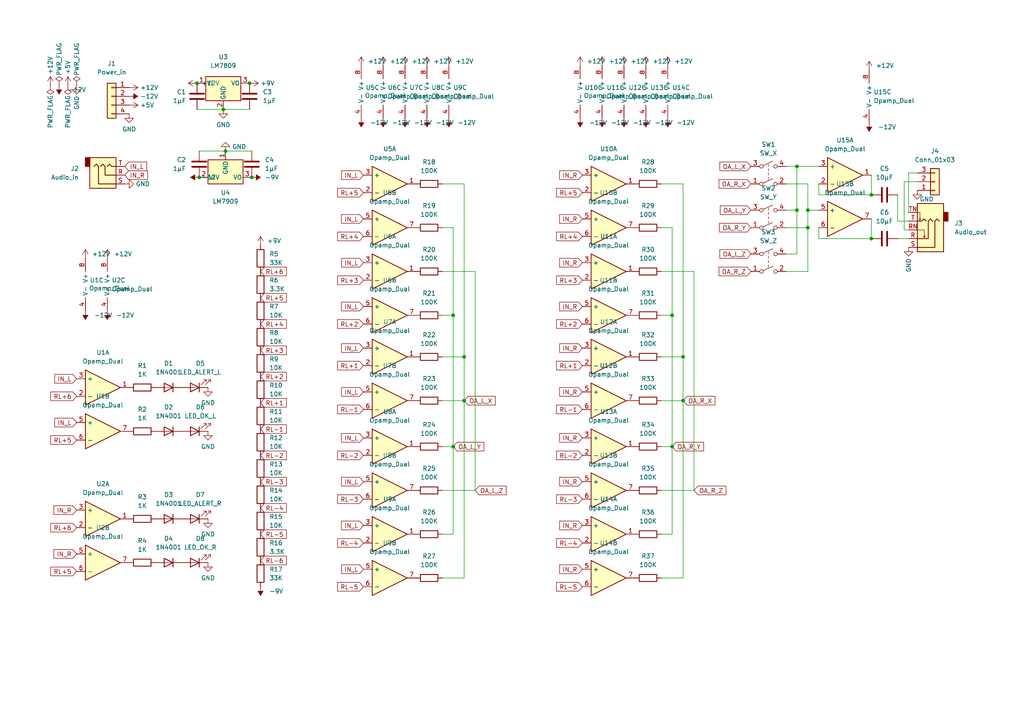
<source format=kicad_sch>
(kicad_sch (version 20211123) (generator eeschema)
  (paper "A4")
  (lib_symbols
    (symbol "Connector:AudioJack3"
      (property "Reference" "J" (at 0 8.89 0))
      (property "Value" "AudioJack3" (at 0 6.35 0))
      (symbol "AudioJack3_1_1"
        (pin passive line (at 5.08 0 180) (length 2.54) (name "~") (number "R"))
        (pin passive line (at 5.08 2.54 180) (length 2.54) (name "~") (number "S"))
        (pin passive line (at 5.08 -2.54 180) (length 2.54) (name "~") (number "T"))
      )
    )
    (symbol "Connector:AudioJack3_SwitchTR"
      (property "Reference" "J" (at 0 8.89 0))
      (property "Value" "AudioJack3_SwitchTR" (at 0 6.35 0))
      (symbol "AudioJack3_SwitchTR_1_1"
        (pin passive line (at 5.08 0 180) (length 2.54) (name "~") (number "R"))
        (pin passive line (at 5.08 -2.54 180) (length 2.54) (name "~") (number "RN"))
        (pin passive line (at 5.08 2.54 180) (length 2.54) (name "~") (number "S"))
        (pin passive line (at 5.08 -5.08 180) (length 2.54) (name "~") (number "T"))
        (pin passive line (at 5.08 -7.62 180) (length 2.54) (name "~") (number "TN"))
      )
    )
    (symbol "Connector_Generic:Conn_01x03" (pin_names (offset 1.016) hide)
      (property "Reference" "J" (at 0 5.08 0))
      (property "Value" "Conn_01x03" (at 0 -5.08 0))
      (symbol "Conn_01x03_1_1"
        (pin passive line (at -5.08 2.54 0) (length 3.81) (name "Pin_1") (number "1"))
        (pin passive line (at -5.08 0 0) (length 3.81) (name "Pin_2") (number "2"))
        (pin passive line (at -5.08 -2.54 0) (length 3.81) (name "Pin_3") (number "3"))
      )
    )
    (symbol "Connector_Generic:Conn_01x04" (pin_names (offset 1.016) hide)
      (property "Reference" "J" (at 0 5.08 0))
      (property "Value" "Conn_01x04" (at 0 -7.62 0))
      (symbol "Conn_01x04_1_1"
        (pin passive line (at -5.08 2.54 0) (length 3.81) (name "Pin_1") (number "1"))
        (pin passive line (at -5.08 0 0) (length 3.81) (name "Pin_2") (number "2"))
        (pin passive line (at -5.08 -2.54 0) (length 3.81) (name "Pin_3") (number "3"))
        (pin passive line (at -5.08 -5.08 0) (length 3.81) (name "Pin_4") (number "4"))
      )
    )
    (symbol "Device:C" (pin_numbers hide) (pin_names (offset 0.254))
      (property "Reference" "C" (at 0.635 2.54 0))
      (property "Value" "C" (at 0.635 -2.54 0))
      (symbol "C_1_1"
        (pin passive line (at 0 3.81 270) (length 2.794) (name "~") (number "1"))
        (pin passive line (at 0 -3.81 90) (length 2.794) (name "~") (number "2"))
      )
    )
    (symbol "Device:LED" (pin_numbers hide) (pin_names (offset 1.016) hide)
      (property "Reference" "D" (at 0 2.54 0))
      (property "Value" "LED" (at 0 -2.54 0))
      (symbol "LED_1_1"
        (pin passive line (at -3.81 0 0) (length 2.54) (name "K") (number "1"))
        (pin passive line (at 3.81 0 180) (length 2.54) (name "A") (number "2"))
      )
    )
    (symbol "Device:Opamp_Dual"
      (property "Reference" "U" (at 0 5.08 0))
      (property "Value" "Opamp_Dual" (at 0 -5.08 0))
      (symbol "Opamp_Dual_1_1"
        (pin output line (at 7.62 0 180) (length 2.54) (name "~") (number "1"))
        (pin input line (at -7.62 -2.54 0) (length 2.54) (name "-") (number "2"))
        (pin input line (at -7.62 2.54 0) (length 2.54) (name "+") (number "3"))
      )
      (symbol "Opamp_Dual_2_1"
        (pin input line (at -7.62 2.54 0) (length 2.54) (name "+") (number "5"))
        (pin input line (at -7.62 -2.54 0) (length 2.54) (name "-") (number "6"))
        (pin output line (at 7.62 0 180) (length 2.54) (name "~") (number "7"))
      )
      (symbol "Opamp_Dual_3_1"
        (pin power_in line (at -2.54 -7.62 90) (length 3.81) (name "V-") (number "4"))
        (pin power_in line (at -2.54 7.62 270) (length 3.81) (name "V+") (number "8"))
      )
    )
    (symbol "Device:R" (pin_numbers hide) (pin_names (offset 0))
      (property "Reference" "R" (at 2.032 0 90))
      (property "Value" "R" (at 0 0 90))
      (symbol "R_1_1"
        (pin passive line (at 0 3.81 270) (length 1.27) (name "~") (number "1"))
        (pin passive line (at 0 -3.81 90) (length 1.27) (name "~") (number "2"))
      )
    )
    (symbol "Diode:1N4001" (pin_numbers hide) (pin_names (offset 1.016) hide)
      (property "Reference" "D" (at 0 2.54 0))
      (property "Value" "1N4001" (at 0 -2.54 0))
      (symbol "1N4001_1_1"
        (pin passive line (at -3.81 0 0) (length 2.54) (name "K") (number "1"))
        (pin passive line (at 3.81 0 180) (length 2.54) (name "A") (number "2"))
      )
    )
    (symbol "Regulator_Linear:LM7809_TO220" (pin_names (offset 0.254))
      (property "Reference" "U" (at -3.81 3.175 0))
      (property "Value" "LM7809_TO220" (at 0 3.175 0))
      (symbol "LM7809_TO220_1_1"
        (pin power_in line (at -7.62 0 0) (length 2.54) (name "VI") (number "1"))
        (pin power_in line (at 0 -7.62 90) (length 2.54) (name "GND") (number "2"))
        (pin power_out line (at 7.62 0 180) (length 2.54) (name "VO") (number "3"))
      )
    )
    (symbol "Regulator_Linear:LM7909_TO220" (pin_names (offset 0.254))
      (property "Reference" "U" (at -3.81 -3.175 0))
      (property "Value" "LM7909_TO220" (at 0 -3.175 0))
      (symbol "LM7909_TO220_1_1"
        (pin power_in line (at 0 7.62 270) (length 2.54) (name "GND") (number "1"))
        (pin power_in line (at -7.62 0 0) (length 2.54) (name "VI") (number "2"))
        (pin power_out line (at 7.62 0 180) (length 2.54) (name "VO") (number "3"))
      )
    )
    (symbol "Switch:SW_DPST" (pin_names (offset 0) hide)
      (property "Reference" "SW" (at 0 5.08 0))
      (property "Value" "SW_DPST" (at 0 -5.08 0))
      (symbol "SW_DPST_1_1"
        (pin passive line (at -5.08 -2.54 0) (length 2.54) (name "1") (number "1"))
        (pin passive line (at 5.08 -2.54 180) (length 2.54) (name "2") (number "2"))
        (pin passive line (at -5.08 2.54 0) (length 2.54) (name "3") (number "3"))
        (pin passive line (at 5.08 2.54 180) (length 2.54) (name "4") (number "4"))
      )
    )
    (symbol "power:+12V" (power) (pin_names (offset 0))
      (property "Value" "+12V" (at 0 3.556 0))
      (symbol "+12V_1_1"
        (pin power_in line (at 0 0 90) (length 0) hide (name "+12V") (number "1"))
      )
    )
    (symbol "power:+5V" (power) (pin_names (offset 0))
      (property "Value" "+5V" (at 0 3.556 0))
      (symbol "+5V_1_1"
        (pin power_in line (at 0 0 90) (length 0) hide (name "+5V") (number "1"))
      )
    )
    (symbol "power:+9V" (power) (pin_names (offset 0))
      (property "Value" "+9V" (at 0 3.556 0))
      (symbol "+9V_1_1"
        (pin power_in line (at 0 0 90) (length 0) hide (name "+9V") (number "1"))
      )
    )
    (symbol "power:-12V" (power) (pin_names (offset 0))
      (property "Value" "-12V" (at 0 3.81 0))
      (symbol "-12V_0_0"
        (pin power_in line (at 0 0 90) (length 0) hide (name "-12V") (number "1"))
      )
    )
    (symbol "power:-9V" (power) (pin_names (offset 0))
      (property "Value" "-9V" (at 0 3.81 0))
      (symbol "-9V_1_1"
        (pin power_in line (at 0 0 90) (length 0) hide (name "-9V") (number "1"))
      )
    )
    (symbol "power:GND" (power) (pin_names (offset 0))
      (property "Value" "GND" (at 0 -3.81 0))
      (symbol "GND_1_1"
        (pin power_in line (at 0 0 270) (length 0) hide (name "GND") (number "1"))
      )
    )
    (symbol "power:PWR_FLAG" (power) (pin_numbers hide) (pin_names (offset 0) hide)
      (property "Value" "PWR_FLAG" (at 0 3.81 0))
      (symbol "PWR_FLAG_0_0"
        (pin power_out line (at 0 0 90) (length 0) (name "pwr") (number "1"))
      )
    )
  )
  (junction (at 198.12 103.505))
  (junction (at 65.405 43.815))
  (junction (at 234.315 66.04))
  (junction (at 73.025 51.435))
  (junction (at 194.945 91.44))
  (junction (at 134.62 103.505))
  (junction (at 198.12 116.205))
  (junction (at 234.315 60.96))
  (junction (at 231.14 60.96))
  (junction (at 131.445 91.44))
  (junction (at 194.945 129.54))
  (junction (at 231.14 48.26))
  (junction (at 57.785 51.435))
  (junction (at 131.445 129.54))
  (junction (at 252.73 69.215))
  (junction (at 252.73 56.515))
  (junction (at 57.15 24.13))
  (junction (at 64.77 31.75))
  (junction (at 134.62 116.205))
  (junction (at 72.39 24.13))
  (wire (pts (xy 131.445 91.44) (xy 131.445 129.54)))
  (wire (pts (xy 57.15 31.75) (xy 64.77 31.75)))
  (wire (pts (xy 194.945 66.04) (xy 194.945 91.44)))
  (wire (pts (xy 198.12 103.505) (xy 198.12 53.34)))
  (wire (pts (xy 227.965 78.74) (xy 234.315 78.74)))
  (wire (pts (xy 198.12 103.505) (xy 198.12 116.205)))
  (wire (pts (xy 231.14 48.26) (xy 237.49 48.26)))
  (wire (pts (xy 128.27 53.34) (xy 134.62 53.34)))
  (wire (pts (xy 131.445 129.54) (xy 128.27 129.54)))
  (wire (pts (xy 262.255 52.705) (xy 266.065 52.705)))
  (wire (pts (xy 234.315 60.96) (xy 237.49 60.96)))
  (wire (pts (xy 227.965 66.04) (xy 234.315 66.04)))
  (wire (pts (xy 191.77 53.34) (xy 198.12 53.34)))
  (wire (pts (xy 57.785 43.815) (xy 65.405 43.815)))
  (wire (pts (xy 194.945 129.54) (xy 194.945 154.94)))
  (wire (pts (xy 237.49 56.515) (xy 252.73 56.515)))
  (wire (pts (xy 65.405 43.815) (xy 73.025 43.815)))
  (wire (pts (xy 234.315 66.04) (xy 234.315 60.96)))
  (wire (pts (xy 128.27 78.74) (xy 137.795 78.74)))
  (wire (pts (xy 128.27 66.04) (xy 131.445 66.04)))
  (wire (pts (xy 201.295 142.24) (xy 191.77 142.24)))
  (wire (pts (xy 134.62 103.505) (xy 134.62 53.34)))
  (wire (pts (xy 131.445 129.54) (xy 131.445 154.94)))
  (wire (pts (xy 262.255 52.705) (xy 262.255 66.675)))
  (wire (pts (xy 131.445 154.94) (xy 128.27 154.94)))
  (wire (pts (xy 237.49 53.34) (xy 237.49 56.515)))
  (wire (pts (xy 194.945 154.94) (xy 191.77 154.94)))
  (wire (pts (xy 137.795 78.74) (xy 137.795 142.24)))
  (wire (pts (xy 191.77 66.04) (xy 194.945 66.04)))
  (wire (pts (xy 227.965 53.34) (xy 234.315 53.34)))
  (wire (pts (xy 134.62 167.64) (xy 128.27 167.64)))
  (wire (pts (xy 198.12 167.64) (xy 191.77 167.64)))
  (wire (pts (xy 263.525 50.165) (xy 266.065 50.165)))
  (wire (pts (xy 201.295 78.74) (xy 201.295 142.24)))
  (wire (pts (xy 191.77 103.505) (xy 198.12 103.505)))
  (wire (pts (xy 134.62 116.205) (xy 128.27 116.205)))
  (wire (pts (xy 227.965 73.66) (xy 231.14 73.66)))
  (wire (pts (xy 231.14 60.96) (xy 231.14 48.26)))
  (wire (pts (xy 252.73 69.215) (xy 237.49 69.215)))
  (wire (pts (xy 194.945 91.44) (xy 194.945 129.54)))
  (wire (pts (xy 263.525 64.135) (xy 260.35 64.135)))
  (wire (pts (xy 231.14 73.66) (xy 231.14 60.96)))
  (wire (pts (xy 263.525 66.675) (xy 262.255 66.675)))
  (wire (pts (xy 234.315 78.74) (xy 234.315 66.04)))
  (wire (pts (xy 198.12 116.205) (xy 198.12 167.64)))
  (wire (pts (xy 260.35 69.215) (xy 263.525 69.215)))
  (wire (pts (xy 137.795 142.24) (xy 128.27 142.24)))
  (wire (pts (xy 134.62 103.505) (xy 134.62 116.205)))
  (wire (pts (xy 237.49 69.215) (xy 237.49 66.04)))
  (wire (pts (xy 194.945 91.44) (xy 191.77 91.44)))
  (wire (pts (xy 263.525 50.165) (xy 263.525 61.595)))
  (wire (pts (xy 227.965 48.26) (xy 231.14 48.26)))
  (wire (pts (xy 252.73 63.5) (xy 252.73 69.215)))
  (wire (pts (xy 260.35 64.135) (xy 260.35 56.515)))
  (wire (pts (xy 131.445 91.44) (xy 128.27 91.44)))
  (wire (pts (xy 191.77 78.74) (xy 201.295 78.74)))
  (wire (pts (xy 131.445 66.04) (xy 131.445 91.44)))
  (wire (pts (xy 227.965 60.96) (xy 231.14 60.96)))
  (wire (pts (xy 252.73 56.515) (xy 252.73 50.8)))
  (wire (pts (xy 234.315 60.96) (xy 234.315 53.34)))
  (wire (pts (xy 128.27 103.505) (xy 134.62 103.505)))
  (wire (pts (xy 134.62 116.205) (xy 134.62 167.64)))
  (wire (pts (xy 64.77 31.75) (xy 72.39 31.75)))
  (wire (pts (xy 198.12 116.205) (xy 191.77 116.205)))
  (wire (pts (xy 194.945 129.54) (xy 191.77 129.54)))
  (global_label "RL+2" (shape input) (at 168.91 93.98 180) (property "Intersheet References" "${INTERSHEET_REFS}" (effects hide)))
  (global_label "OA_L_Z" (shape input) (at 137.795 142.24 0) (property "Intersheet References" "${INTERSHEET_REFS}" (effects hide)))
  (global_label "IN_L" (shape input) (at 105.41 76.2 180) (property "Intersheet References" "${INTERSHEET_REFS}" (effects hide)))
  (global_label "IN_R" (shape input) (at 168.91 113.665 180) (property "Intersheet References" "${INTERSHEET_REFS}" (effects hide)))
  (global_label "IN_R" (shape input) (at 168.91 88.9 180) (property "Intersheet References" "${INTERSHEET_REFS}" (effects hide)))
  (global_label "IN_R" (shape input) (at 168.91 152.4 180) (property "Intersheet References" "${INTERSHEET_REFS}" (effects hide)))
  (global_label "IN_L" (shape input) (at 105.41 152.4 180) (property "Intersheet References" "${INTERSHEET_REFS}" (effects hide)))
  (global_label "RL-3" (shape input) (at 75.565 139.7 0) (property "Intersheet References" "${INTERSHEET_REFS}" (effects hide)))
  (global_label "RL+3" (shape input) (at 105.41 81.28 180) (property "Intersheet References" "${INTERSHEET_REFS}" (effects hide)))
  (global_label "RL+1" (shape input) (at 75.565 116.84 0) (property "Intersheet References" "${INTERSHEET_REFS}" (effects hide)))
  (global_label "IN_R" (shape input) (at 168.91 63.5 180) (property "Intersheet References" "${INTERSHEET_REFS}" (effects hide)))
  (global_label "OA_L_Z" (shape input) (at 217.805 73.66 180) (property "Intersheet References" "${INTERSHEET_REFS}" (effects hide)))
  (global_label "RL+5" (shape input) (at 168.91 55.88 180) (property "Intersheet References" "${INTERSHEET_REFS}" (effects hide)))
  (global_label "RL-5" (shape input) (at 75.565 154.94 0) (property "Intersheet References" "${INTERSHEET_REFS}" (effects hide)))
  (global_label "IN_R" (shape input) (at 168.91 127 180) (property "Intersheet References" "${INTERSHEET_REFS}" (effects hide)))
  (global_label "OA_R_X" (shape input) (at 217.805 53.34 180) (property "Intersheet References" "${INTERSHEET_REFS}" (effects hide)))
  (global_label "RL+6" (shape input) (at 22.225 114.935 180) (property "Intersheet References" "${INTERSHEET_REFS}" (effects hide)))
  (global_label "RL+5" (shape input) (at 75.565 86.36 0) (property "Intersheet References" "${INTERSHEET_REFS}" (effects hide)))
  (global_label "OA_R_Y" (shape input) (at 194.945 129.54 0) (property "Intersheet References" "${INTERSHEET_REFS}" (effects hide)))
  (global_label "RL+3" (shape input) (at 75.565 101.6 0) (property "Intersheet References" "${INTERSHEET_REFS}" (effects hide)))
  (global_label "RL+5" (shape input) (at 22.225 127.635 180) (property "Intersheet References" "${INTERSHEET_REFS}" (effects hide)))
  (global_label "IN_L" (shape input) (at 105.41 139.7 180) (property "Intersheet References" "${INTERSHEET_REFS}" (effects hide)))
  (global_label "RL-2" (shape input) (at 168.91 132.08 180) (property "Intersheet References" "${INTERSHEET_REFS}" (effects hide)))
  (global_label "OA_R_Z" (shape input) (at 217.805 78.74 180) (property "Intersheet References" "${INTERSHEET_REFS}" (effects hide)))
  (global_label "RL+4" (shape input) (at 75.565 93.98 0) (property "Intersheet References" "${INTERSHEET_REFS}" (effects hide)))
  (global_label "RL-4" (shape input) (at 168.91 157.48 180) (property "Intersheet References" "${INTERSHEET_REFS}" (effects hide)))
  (global_label "IN_L" (shape input) (at 105.41 100.965 180) (property "Intersheet References" "${INTERSHEET_REFS}" (effects hide)))
  (global_label "RL+4" (shape input) (at 105.41 68.58 180) (property "Intersheet References" "${INTERSHEET_REFS}" (effects hide)))
  (global_label "RL+6" (shape input) (at 75.565 78.74 0) (property "Intersheet References" "${INTERSHEET_REFS}" (effects hide)))
  (global_label "IN_R" (shape input) (at 168.91 76.2 180) (property "Intersheet References" "${INTERSHEET_REFS}" (effects hide)))
  (global_label "RL+2" (shape input) (at 105.41 93.98 180) (property "Intersheet References" "${INTERSHEET_REFS}" (effects hide)))
  (global_label "RL-1" (shape input) (at 75.565 124.46 0) (property "Intersheet References" "${INTERSHEET_REFS}" (effects hide)))
  (global_label "IN_L" (shape input) (at 105.41 113.665 180) (property "Intersheet References" "${INTERSHEET_REFS}" (effects hide)))
  (global_label "RL-5" (shape input) (at 105.41 170.18 180) (property "Intersheet References" "${INTERSHEET_REFS}" (effects hide)))
  (global_label "IN_R" (shape input) (at 168.91 165.1 180) (property "Intersheet References" "${INTERSHEET_REFS}" (effects hide)))
  (global_label "IN_L" (shape input) (at 105.41 165.1 180) (property "Intersheet References" "${INTERSHEET_REFS}" (effects hide)))
  (global_label "IN_L" (shape input) (at 22.225 122.555 180) (property "Intersheet References" "${INTERSHEET_REFS}" (effects hide)))
  (global_label "OA_L_Y" (shape input) (at 217.805 60.96 180) (property "Intersheet References" "${INTERSHEET_REFS}" (effects hide)))
  (global_label "IN_L" (shape input) (at 105.41 50.8 180) (property "Intersheet References" "${INTERSHEET_REFS}" (effects hide)))
  (global_label "IN_R" (shape input) (at 168.91 100.965 180) (property "Intersheet References" "${INTERSHEET_REFS}" (effects hide)))
  (global_label "OA_R_Z" (shape input) (at 201.295 142.24 0) (property "Intersheet References" "${INTERSHEET_REFS}" (effects hide)))
  (global_label "IN_L" (shape input) (at 105.41 63.5 180) (property "Intersheet References" "${INTERSHEET_REFS}" (effects hide)))
  (global_label "RL-5" (shape input) (at 168.91 170.18 180) (property "Intersheet References" "${INTERSHEET_REFS}" (effects hide)))
  (global_label "RL-2" (shape input) (at 105.41 132.08 180) (property "Intersheet References" "${INTERSHEET_REFS}" (effects hide)))
  (global_label "RL-6" (shape input) (at 75.565 162.56 0) (property "Intersheet References" "${INTERSHEET_REFS}" (effects hide)))
  (global_label "RL+1" (shape input) (at 105.41 106.045 180) (property "Intersheet References" "${INTERSHEET_REFS}" (effects hide)))
  (global_label "RL-1" (shape input) (at 105.41 118.745 180) (property "Intersheet References" "${INTERSHEET_REFS}" (effects hide)))
  (global_label "OA_L_X" (shape input) (at 217.805 48.26 180) (property "Intersheet References" "${INTERSHEET_REFS}" (effects hide)))
  (global_label "IN_R" (shape input) (at 22.225 160.655 180) (property "Intersheet References" "${INTERSHEET_REFS}" (effects hide)))
  (global_label "IN_L" (shape input) (at 105.41 88.9 180) (property "Intersheet References" "${INTERSHEET_REFS}" (effects hide)))
  (global_label "RL+5" (shape input) (at 22.225 165.735 180) (property "Intersheet References" "${INTERSHEET_REFS}" (effects hide)))
  (global_label "RL-3" (shape input) (at 105.41 144.78 180) (property "Intersheet References" "${INTERSHEET_REFS}" (effects hide)))
  (global_label "OA_L_Y" (shape input) (at 131.445 129.54 0) (property "Intersheet References" "${INTERSHEET_REFS}" (effects hide)))
  (global_label "RL-4" (shape input) (at 105.41 157.48 180) (property "Intersheet References" "${INTERSHEET_REFS}" (effects hide)))
  (global_label "RL+4" (shape input) (at 168.91 68.58 180) (property "Intersheet References" "${INTERSHEET_REFS}" (effects hide)))
  (global_label "RL-4" (shape input) (at 75.565 147.32 0) (property "Intersheet References" "${INTERSHEET_REFS}" (effects hide)))
  (global_label "RL+5" (shape input) (at 105.41 55.88 180) (property "Intersheet References" "${INTERSHEET_REFS}" (effects hide)))
  (global_label "OA_R_X" (shape input) (at 198.12 116.205 0) (property "Intersheet References" "${INTERSHEET_REFS}" (effects hide)))
  (global_label "OA_R_Y" (shape input) (at 217.805 66.04 180) (property "Intersheet References" "${INTERSHEET_REFS}" (effects hide)))
  (global_label "RL-1" (shape input) (at 168.91 118.745 180) (property "Intersheet References" "${INTERSHEET_REFS}" (effects hide)))
  (global_label "RL+3" (shape input) (at 168.91 81.28 180) (property "Intersheet References" "${INTERSHEET_REFS}" (effects hide)))
  (global_label "IN_L" (shape input) (at 22.225 109.855 180) (property "Intersheet References" "${INTERSHEET_REFS}" (effects hide)))
  (global_label "RL-3" (shape input) (at 168.91 144.78 180) (property "Intersheet References" "${INTERSHEET_REFS}" (effects hide)))
  (global_label "RL+1" (shape input) (at 168.91 106.045 180) (property "Intersheet References" "${INTERSHEET_REFS}" (effects hide)))
  (global_label "IN_L" (shape input) (at 105.41 127 180) (property "Intersheet References" "${INTERSHEET_REFS}" (effects hide)))
  (global_label "IN_R" (shape input) (at 168.91 50.8 180) (property "Intersheet References" "${INTERSHEET_REFS}" (effects hide)))
  (global_label "RL-2" (shape input) (at 75.565 132.08 0) (property "Intersheet References" "${INTERSHEET_REFS}" (effects hide)))
  (global_label "IN_R" (shape input) (at 36.195 50.8 0) (property "Intersheet References" "${INTERSHEET_REFS}" (effects hide)))
  (global_label "OA_L_X" (shape input) (at 134.62 116.205 0) (property "Intersheet References" "${INTERSHEET_REFS}" (effects hide)))
  (global_label "IN_R" (shape input) (at 22.225 147.955 180) (property "Intersheet References" "${INTERSHEET_REFS}" (effects hide)))
  (global_label "IN_L" (shape input) (at 36.195 48.26 0) (property "Intersheet References" "${INTERSHEET_REFS}" (effects hide)))
  (global_label "RL+2" (shape input) (at 75.565 109.22 0) (property "Intersheet References" "${INTERSHEET_REFS}" (effects hide)))
  (global_label "RL+6" (shape input) (at 22.225 153.035 180) (property "Intersheet References" "${INTERSHEET_REFS}" (effects hide)))
  (global_label "IN_R" (shape input) (at 168.91 139.7 180) (property "Intersheet References" "${INTERSHEET_REFS}" (effects hide)))
  (symbol (lib_id "Regulator_Linear:LM7809_TO220") (at 64.77 24.13 0) (unit 1)
    (property "Reference" "U3" (at 64.77 16.51 0))
    (property "Value" "LM7809" (at 64.77 19.05 0))
    (property "Footprint" "Package_TO_SOT_THT:TO-220-3_Vertical" (effects hide))
    (property "Datasheet" "https://www.onsemi.cn/PowerSolutions/document/MC7800-D.PDF" (effects hide))
  )
  (symbol (lib_id "power:-12V") (at 31.115 90.17 180) (unit 1)
    (property "Reference" "#PWR09" (effects hide))
    (property "Value" "-12V" (at 33.655 91.4399 0) (effects (justify right)))
  )
  (symbol (lib_id "Device:R") (at 187.96 66.04 90) (unit 1)
    (property "Reference" "R29" (at 187.96 59.69 90))
    (property "Value" "100K" (at 187.96 62.23 90))
    (property "Footprint" "Resistor_THT:R_Axial_DIN0207_L6.3mm_D2.5mm_P7.62mm_Horizontal" (effects hide))
  )
  (symbol (lib_id "Device:R") (at 75.565 128.27 0) (unit 1)
    (property "Reference" "R12" (at 78.105 126.9999 0) (effects (justify left)))
    (property "Value" "10K" (at 78.105 129.5399 0) (effects (justify left)))
    (property "Footprint" "Resistor_THT:R_Axial_DIN0207_L6.3mm_D2.5mm_P7.62mm_Horizontal" (effects hide))
  )
  (symbol (lib_id "Device:R") (at 75.565 151.13 0) (unit 1)
    (property "Reference" "R15" (at 78.105 149.8599 0) (effects (justify left)))
    (property "Value" "10K" (at 78.105 152.3999 0) (effects (justify left)))
    (property "Footprint" "Resistor_THT:R_Axial_DIN0207_L6.3mm_D2.5mm_P7.62mm_Horizontal" (effects hide))
  )
  (symbol (lib_id "Device:Opamp_Dual") (at 113.03 116.205 0) (unit 2)
    (property "Reference" "U7" (at 113.03 106.045 0))
    (property "Value" "Opamp_Dual" (at 113.03 108.585 0))
    (property "Footprint" "Package_DIP:DIP-8_W7.62mm_LongPads" (effects hide))
  )
  (symbol (lib_id "Device:Opamp_Dual") (at 29.845 163.195 0) (unit 2)
    (property "Reference" "U2" (at 29.845 153.035 0))
    (property "Value" "Opamp_Dual" (at 29.845 155.575 0))
    (property "Footprint" "Package_DIP:DIP-8_W7.62mm_LongPads" (effects hide))
  )
  (symbol (lib_id "power:-12V") (at 111.125 34.29 180) (unit 1)
    (property "Reference" "#PWR025" (effects hide))
    (property "Value" "-12V" (at 113.665 35.5599 0) (effects (justify right)))
  )
  (symbol (lib_id "Device:R") (at 187.96 91.44 90) (unit 1)
    (property "Reference" "R31" (at 187.96 85.09 90))
    (property "Value" "100K" (at 187.96 87.63 90))
    (property "Footprint" "Resistor_THT:R_Axial_DIN0207_L6.3mm_D2.5mm_P7.62mm_Horizontal" (effects hide))
  )
  (symbol (lib_id "Device:Opamp_Dual") (at 27.305 82.55 0) (unit 3)
    (property "Reference" "U1" (at 26.035 81.2799 0) (effects (justify left)))
    (property "Value" "Opamp_Dual" (at 25.7869 83.6107 0) (effects (justify left)))
    (property "Footprint" "Package_DIP:DIP-8_W7.62mm_LongPads" (effects hide))
  )
  (symbol (lib_id "Diode:1N4001") (at 48.895 150.495 180) (unit 1)
    (property "Reference" "D3" (at 48.895 143.51 0))
    (property "Value" "1N4001" (at 48.895 146.05 0))
    (property "Footprint" "Diode_THT:D_DO-41_SOD81_P10.16mm_Horizontal" (effects hide))
    (property "Datasheet" "http://www.vishay.com/docs/88503/1n4001.pdf" (effects hide))
  )
  (symbol (lib_id "Device:Opamp_Dual") (at 176.53 116.205 0) (unit 2)
    (property "Reference" "U12" (at 176.53 106.045 0))
    (property "Value" "Opamp_Dual" (at 176.53 108.585 0))
    (property "Footprint" "Package_DIP:DIP-8_W7.62mm_LongPads" (effects hide))
  )
  (symbol (lib_id "power:GND") (at 60.325 125.095 0) (unit 1)
    (property "Reference" "#PWR013" (effects hide))
    (property "Value" "GND" (at 60.325 129.54 0))
  )
  (symbol (lib_id "power:-12V") (at 168.275 34.29 180) (unit 1)
    (property "Reference" "#PWR033" (effects hide))
    (property "Value" "-12V" (at 170.815 35.5599 0) (effects (justify right)))
  )
  (symbol (lib_id "Diode:1N4001") (at 48.895 112.395 180) (unit 1)
    (property "Reference" "D1" (at 48.895 105.41 0))
    (property "Value" "1N4001" (at 48.895 107.95 0))
    (property "Footprint" "Diode_THT:D_DO-41_SOD81_P10.16mm_Horizontal" (effects hide))
    (property "Datasheet" "http://www.vishay.com/docs/88503/1n4001.pdf" (effects hide))
  )
  (symbol (lib_id "Device:Opamp_Dual") (at 176.53 154.94 0) (unit 1)
    (property "Reference" "U14" (at 176.53 144.78 0))
    (property "Value" "Opamp_Dual" (at 176.53 147.32 0))
    (property "Footprint" "Package_DIP:DIP-8_W7.62mm_LongPads" (effects hide))
  )
  (symbol (lib_id "power:-12V") (at 180.975 34.29 180) (unit 1)
    (property "Reference" "#PWR037" (effects hide))
    (property "Value" "-12V" (at 183.515 35.5599 0) (effects (justify right)))
  )
  (symbol (lib_id "Device:R") (at 75.565 90.17 0) (unit 1)
    (property "Reference" "R7" (at 78.105 88.8999 0) (effects (justify left)))
    (property "Value" "10K" (at 78.105 91.4399 0) (effects (justify left)))
    (property "Footprint" "Resistor_THT:R_Axial_DIN0207_L6.3mm_D2.5mm_P7.62mm_Horizontal" (effects hide))
  )
  (symbol (lib_id "Device:Opamp_Dual") (at 113.03 103.505 0) (unit 1)
    (property "Reference" "U7" (at 113.03 93.345 0))
    (property "Value" "Opamp_Dual" (at 113.03 95.885 0))
    (property "Footprint" "Package_DIP:DIP-8_W7.62mm_LongPads" (effects hide))
  )
  (symbol (lib_id "Device:R") (at 124.46 116.205 90) (unit 1)
    (property "Reference" "R23" (at 124.46 109.855 90))
    (property "Value" "100K" (at 124.46 112.395 90))
    (property "Footprint" "Resistor_THT:R_Axial_DIN0207_L6.3mm_D2.5mm_P7.62mm_Horizontal" (effects hide))
  )
  (symbol (lib_id "power:PWR_FLAG") (at 17.145 24.765 0) (unit 1)
    (property "Reference" "#FLG0102" (effects hide))
    (property "Value" "PWR_FLAG" (at 17.145 17.145 90))
  )
  (symbol (lib_id "Device:R") (at 41.275 125.095 270) (unit 1)
    (property "Reference" "R2" (at 41.275 118.745 90))
    (property "Value" "1K" (at 41.275 121.285 90))
    (property "Footprint" "Resistor_THT:R_Axial_DIN0207_L6.3mm_D2.5mm_P7.62mm_Horizontal" (effects hide))
  )
  (symbol (lib_id "Device:Opamp_Dual") (at 183.515 26.67 0) (unit 3)
    (property "Reference" "U12" (at 182.245 25.3999 0) (effects (justify left)))
    (property "Value" "Opamp_Dual" (at 182.245 27.9399 0) (effects (justify left)))
    (property "Footprint" "Package_DIP:DIP-8_W7.62mm_LongPads" (effects hide))
  )
  (symbol (lib_id "Device:C") (at 72.39 27.94 0) (unit 1)
    (property "Reference" "C3" (at 76.2 26.6699 0) (effects (justify left)))
    (property "Value" "1µF" (at 76.2 29.2099 0) (effects (justify left)))
    (property "Footprint" "Capacitor_THT:C_Disc_D4.7mm_W2.5mm_P5.00mm" (effects hide))
  )
  (symbol (lib_id "Device:R") (at 75.565 120.65 0) (unit 1)
    (property "Reference" "R11" (at 78.105 119.3799 0) (effects (justify left)))
    (property "Value" "10K" (at 78.105 121.9199 0) (effects (justify left)))
    (property "Footprint" "Resistor_THT:R_Axial_DIN0207_L6.3mm_D2.5mm_P7.62mm_Horizontal" (effects hide))
  )
  (symbol (lib_id "power:+12V") (at 130.175 19.05 0) (unit 1)
    (property "Reference" "#PWR030" (effects hide))
    (property "Value" "+12V" (at 132.08 17.7799 0) (effects (justify left)))
  )
  (symbol (lib_id "Device:Opamp_Dual") (at 176.53 103.505 0) (unit 1)
    (property "Reference" "U12" (at 176.53 93.345 0))
    (property "Value" "Opamp_Dual" (at 176.53 95.885 0))
    (property "Footprint" "Package_DIP:DIP-8_W7.62mm_LongPads" (effects hide))
  )
  (symbol (lib_id "Device:Opamp_Dual") (at 176.53 91.44 0) (unit 2)
    (property "Reference" "U11" (at 176.53 81.28 0))
    (property "Value" "Opamp_Dual" (at 176.53 83.82 0))
    (property "Footprint" "Package_DIP:DIP-8_W7.62mm_LongPads" (effects hide))
  )
  (symbol (lib_id "power:-12V") (at 24.765 90.17 180) (unit 1)
    (property "Reference" "#PWR02" (effects hide))
    (property "Value" "-12V" (at 27.305 91.4399 0) (effects (justify right)))
  )
  (symbol (lib_id "Device:LED") (at 56.515 125.095 180) (unit 1)
    (property "Reference" "D6" (at 58.1025 118.11 0))
    (property "Value" "LED_OK_L" (at 58.1025 120.65 0))
    (property "Footprint" "LED_THT:LED_D5.0mm" (effects hide))
  )
  (symbol (lib_id "power:+12V") (at 104.775 19.05 0) (unit 1)
    (property "Reference" "#PWR022" (effects hide))
    (property "Value" "+12V" (at 106.68 17.7799 0) (effects (justify left)))
  )
  (symbol (lib_id "Device:Opamp_Dual") (at 176.53 66.04 0) (unit 2)
    (property "Reference" "U10" (at 176.53 55.88 0))
    (property "Value" "Opamp_Dual" (at 176.53 58.42 0))
    (property "Footprint" "Package_DIP:DIP-8_W7.62mm_LongPads" (effects hide))
  )
  (symbol (lib_id "Diode:1N4001") (at 48.895 163.195 180) (unit 1)
    (property "Reference" "D4" (at 48.895 156.21 0))
    (property "Value" "1N4001" (at 48.895 158.75 0))
    (property "Footprint" "Diode_THT:D_DO-41_SOD81_P10.16mm_Horizontal" (effects hide))
    (property "Datasheet" "http://www.vishay.com/docs/88503/1n4001.pdf" (effects hide))
  )
  (symbol (lib_id "Device:Opamp_Dual") (at 126.365 26.67 0) (unit 3)
    (property "Reference" "U8" (at 125.095 25.3999 0) (effects (justify left)))
    (property "Value" "Opamp_Dual" (at 125.095 27.9399 0) (effects (justify left)))
    (property "Footprint" "Package_DIP:DIP-8_W7.62mm_LongPads" (effects hide))
  )
  (symbol (lib_id "power:GND") (at 65.405 43.815 180) (unit 1)
    (property "Reference" "#PWR017" (effects hide))
    (property "Value" "GND" (at 67.31 42.5449 0) (effects (justify right)))
  )
  (symbol (lib_id "Connector_Generic:Conn_01x03") (at 271.145 52.705 0) (mirror x) (unit 1)
    (property "Reference" "J4" (at 271.145 43.815 0))
    (property "Value" "Conn_01x03" (at 271.145 46.355 0))
    (property "Footprint" "Connector_PinSocket_2.54mm:PinSocket_1x03_P2.54mm_Vertical" (effects hide))
  )
  (symbol (lib_id "Device:C") (at 73.025 47.625 0) (unit 1)
    (property "Reference" "C4" (at 76.835 46.3549 0) (effects (justify left)))
    (property "Value" "1µF" (at 76.835 48.8949 0) (effects (justify left)))
    (property "Footprint" "Capacitor_THT:C_Disc_D4.7mm_W2.5mm_P5.00mm" (effects hide))
  )
  (symbol (lib_id "Device:R") (at 75.565 105.41 0) (unit 1)
    (property "Reference" "R9" (at 78.105 104.1399 0) (effects (justify left)))
    (property "Value" "10K" (at 78.105 106.6799 0) (effects (justify left)))
    (property "Footprint" "Resistor_THT:R_Axial_DIN0207_L6.3mm_D2.5mm_P7.62mm_Horizontal" (effects hide))
  )
  (symbol (lib_id "Device:R") (at 187.96 129.54 90) (unit 1)
    (property "Reference" "R34" (at 187.96 123.19 90))
    (property "Value" "100K" (at 187.96 125.73 90))
    (property "Footprint" "Resistor_THT:R_Axial_DIN0207_L6.3mm_D2.5mm_P7.62mm_Horizontal" (effects hide))
  )
  (symbol (lib_id "Device:Opamp_Dual") (at 170.815 26.67 0) (unit 3)
    (property "Reference" "U10" (at 169.545 25.3999 0) (effects (justify left)))
    (property "Value" "Opamp_Dual" (at 169.2969 27.7307 0) (effects (justify left)))
    (property "Footprint" "Package_DIP:DIP-8_W7.62mm_LongPads" (effects hide))
  )
  (symbol (lib_id "Device:Opamp_Dual") (at 176.53 167.64 0) (unit 2)
    (property "Reference" "U14" (at 176.53 157.48 0))
    (property "Value" "Opamp_Dual" (at 176.53 160.02 0))
    (property "Footprint" "Package_DIP:DIP-8_W7.62mm_LongPads" (effects hide))
  )
  (symbol (lib_id "power:+12V") (at 174.625 19.05 0) (unit 1)
    (property "Reference" "#PWR034" (effects hide))
    (property "Value" "+12V" (at 176.53 17.7799 0) (effects (justify left)))
  )
  (symbol (lib_id "Device:Opamp_Dual") (at 113.03 53.34 0) (unit 1)
    (property "Reference" "U5" (at 113.03 43.18 0))
    (property "Value" "Opamp_Dual" (at 113.03 45.72 0))
    (property "Footprint" "Package_DIP:DIP-8_W7.62mm_LongPads" (effects hide))
  )
  (symbol (lib_id "Device:R") (at 187.96 116.205 90) (unit 1)
    (property "Reference" "R33" (at 187.96 109.855 90))
    (property "Value" "100K" (at 187.96 112.395 90))
    (property "Footprint" "Resistor_THT:R_Axial_DIN0207_L6.3mm_D2.5mm_P7.62mm_Horizontal" (effects hide))
  )
  (symbol (lib_id "Device:Opamp_Dual") (at 29.845 112.395 0) (unit 1)
    (property "Reference" "U1" (at 29.845 102.235 0))
    (property "Value" "Opamp_Dual" (at 29.845 104.775 0))
    (property "Footprint" "Package_DIP:DIP-8_W7.62mm_LongPads" (effects hide))
  )
  (symbol (lib_id "Device:LED") (at 56.515 150.495 180) (unit 1)
    (property "Reference" "D7" (at 58.1025 143.51 0))
    (property "Value" "LED_ALERT_R" (at 58.1025 146.05 0))
    (property "Footprint" "LED_THT:LED_D5.0mm" (effects hide))
  )
  (symbol (lib_id "Switch:SW_DPST") (at 222.885 76.2 0) (unit 1)
    (property "Reference" "SW3" (at 222.885 67.31 0))
    (property "Value" "SW_Z" (at 222.885 69.85 0))
    (property "Footprint" "Connector_PinSocket_2.54mm:PinSocket_1x04_P2.54mm_Vertical" (effects hide))
  )
  (symbol (lib_id "Device:R") (at 41.275 150.495 270) (unit 1)
    (property "Reference" "R3" (at 41.275 144.145 90))
    (property "Value" "1K" (at 41.275 146.685 90))
    (property "Footprint" "Resistor_THT:R_Axial_DIN0207_L6.3mm_D2.5mm_P7.62mm_Horizontal" (effects hide))
  )
  (symbol (lib_id "Device:Opamp_Dual") (at 29.845 125.095 0) (unit 2)
    (property "Reference" "U1" (at 29.845 114.935 0))
    (property "Value" "Opamp_Dual" (at 29.845 117.475 0))
    (property "Footprint" "Package_DIP:DIP-8_W7.62mm_LongPads" (effects hide))
  )
  (symbol (lib_id "Device:C") (at 256.54 56.515 90) (unit 1)
    (property "Reference" "C5" (at 256.54 48.895 90))
    (property "Value" "10µF" (at 256.54 51.435 90))
    (property "Footprint" "Capacitor_THT:C_Disc_D4.7mm_W2.5mm_P5.00mm" (effects hide))
  )
  (symbol (lib_id "power:GND") (at 60.325 112.395 0) (unit 1)
    (property "Reference" "#PWR012" (effects hide))
    (property "Value" "GND" (at 60.325 116.84 0))
  )
  (symbol (lib_id "power:GND") (at 263.525 71.755 0) (mirror y) (unit 1)
    (property "Reference" "#PWR044" (effects hide))
    (property "Value" "GND" (at 263.5249 74.93 90) (effects (justify right)))
  )
  (symbol (lib_id "power:GND") (at 60.325 150.495 0) (unit 1)
    (property "Reference" "#PWR014" (effects hide))
    (property "Value" "GND" (at 60.325 154.94 0))
  )
  (symbol (lib_id "power:+12V") (at 111.125 19.05 0) (unit 1)
    (property "Reference" "#PWR024" (effects hide))
    (property "Value" "+12V" (at 113.03 17.7799 0) (effects (justify left)))
  )
  (symbol (lib_id "Device:R") (at 124.46 167.64 90) (unit 1)
    (property "Reference" "R27" (at 124.46 161.29 90))
    (property "Value" "100K" (at 124.46 163.83 90))
    (property "Footprint" "Resistor_THT:R_Axial_DIN0207_L6.3mm_D2.5mm_P7.62mm_Horizontal" (effects hide))
  )
  (symbol (lib_id "power:-12V") (at 104.775 34.29 180) (unit 1)
    (property "Reference" "#PWR023" (effects hide))
    (property "Value" "-12V" (at 107.315 35.5599 0) (effects (justify right)))
  )
  (symbol (lib_id "Device:R") (at 187.96 154.94 90) (unit 1)
    (property "Reference" "R36" (at 187.96 148.59 90))
    (property "Value" "100K" (at 187.96 151.13 90))
    (property "Footprint" "Resistor_THT:R_Axial_DIN0207_L6.3mm_D2.5mm_P7.62mm_Horizontal" (effects hide))
  )
  (symbol (lib_id "power:-12V") (at 117.475 34.29 180) (unit 1)
    (property "Reference" "#PWR027" (effects hide))
    (property "Value" "-12V" (at 120.015 35.5599 0) (effects (justify right)))
  )
  (symbol (lib_id "Device:Opamp_Dual") (at 120.015 26.67 0) (unit 3)
    (property "Reference" "U7" (at 118.745 25.3999 0) (effects (justify left)))
    (property "Value" "Opamp_Dual" (at 118.745 27.9399 0) (effects (justify left)))
    (property "Footprint" "Package_DIP:DIP-8_W7.62mm_LongPads" (effects hide))
  )
  (symbol (lib_id "Device:R") (at 187.96 78.74 90) (unit 1)
    (property "Reference" "R30" (at 187.96 72.39 90))
    (property "Value" "100K" (at 187.96 74.93 90))
    (property "Footprint" "Resistor_THT:R_Axial_DIN0207_L6.3mm_D2.5mm_P7.62mm_Horizontal" (effects hide))
  )
  (symbol (lib_id "Device:Opamp_Dual") (at 113.03 142.24 0) (unit 2)
    (property "Reference" "U8" (at 113.03 132.08 0))
    (property "Value" "Opamp_Dual" (at 113.03 134.62 0))
    (property "Footprint" "Package_DIP:DIP-8_W7.62mm_LongPads" (effects hide))
  )
  (symbol (lib_id "Device:Opamp_Dual") (at 107.315 26.67 0) (unit 3)
    (property "Reference" "U5" (at 106.045 25.3999 0) (effects (justify left)))
    (property "Value" "Opamp_Dual" (at 105.7969 27.7307 0) (effects (justify left)))
    (property "Footprint" "Package_DIP:DIP-8_W7.62mm_LongPads" (effects hide))
  )
  (symbol (lib_id "power:+12V") (at 187.325 19.05 0) (unit 1)
    (property "Reference" "#PWR038" (effects hide))
    (property "Value" "+12V" (at 189.23 17.7799 0) (effects (justify left)))
  )
  (symbol (lib_id "power:+12V") (at 24.765 74.93 0) (unit 1)
    (property "Reference" "#PWR01" (effects hide))
    (property "Value" "+12V" (at 26.67 73.6599 0) (effects (justify left)))
  )
  (symbol (lib_id "Device:R") (at 75.565 74.93 0) (unit 1)
    (property "Reference" "R5" (at 78.105 73.6599 0) (effects (justify left)))
    (property "Value" "33K" (at 78.105 76.1999 0) (effects (justify left)))
    (property "Footprint" "Resistor_THT:R_Axial_DIN0207_L6.3mm_D2.5mm_P7.62mm_Horizontal" (effects hide))
  )
  (symbol (lib_id "Device:Opamp_Dual") (at 113.03 167.64 0) (unit 2)
    (property "Reference" "U9" (at 113.03 157.48 0))
    (property "Value" "Opamp_Dual" (at 113.03 160.02 0))
    (property "Footprint" "Package_DIP:DIP-8_W7.62mm_LongPads" (effects hide))
  )
  (symbol (lib_id "Device:R") (at 187.96 103.505 90) (unit 1)
    (property "Reference" "R32" (at 187.96 97.155 90))
    (property "Value" "100K" (at 187.96 99.695 90))
    (property "Footprint" "Resistor_THT:R_Axial_DIN0207_L6.3mm_D2.5mm_P7.62mm_Horizontal" (effects hide))
  )
  (symbol (lib_id "Device:R") (at 187.96 167.64 90) (unit 1)
    (property "Reference" "R37" (at 187.96 161.29 90))
    (property "Value" "100K" (at 187.96 163.83 90))
    (property "Footprint" "Resistor_THT:R_Axial_DIN0207_L6.3mm_D2.5mm_P7.62mm_Horizontal" (effects hide))
  )
  (symbol (lib_id "power:-12V") (at 252.095 35.56 180) (unit 1)
    (property "Reference" "#PWR043" (effects hide))
    (property "Value" "-12V" (at 254.635 36.8299 0) (effects (justify right)))
  )
  (symbol (lib_id "power:GND") (at 60.325 163.195 0) (unit 1)
    (property "Reference" "#PWR015" (effects hide))
    (property "Value" "GND" (at 60.325 167.64 0))
  )
  (symbol (lib_id "power:+9V") (at 72.39 24.13 270) (unit 1)
    (property "Reference" "#PWR018" (effects hide))
    (property "Value" "+9V" (at 75.565 24.1299 90) (effects (justify left)))
  )
  (symbol (lib_id "Device:Opamp_Dual") (at 177.165 26.67 0) (unit 3)
    (property "Reference" "U11" (at 175.895 25.3999 0) (effects (justify left)))
    (property "Value" "Opamp_Dual" (at 175.895 27.9399 0) (effects (justify left)))
    (property "Footprint" "Package_DIP:DIP-8_W7.62mm_LongPads" (effects hide))
  )
  (symbol (lib_id "Device:Opamp_Dual") (at 113.03 78.74 0) (unit 1)
    (property "Reference" "U6" (at 113.03 68.58 0))
    (property "Value" "Opamp_Dual" (at 113.03 71.12 0))
    (property "Footprint" "Package_DIP:DIP-8_W7.62mm_LongPads" (effects hide))
  )
  (symbol (lib_id "Device:LED") (at 56.515 112.395 180) (unit 1)
    (property "Reference" "D5" (at 58.1025 105.41 0))
    (property "Value" "LED_ALERT_L" (at 58.1025 107.95 0))
    (property "Footprint" "LED_THT:LED_D5.0mm" (effects hide))
  )
  (symbol (lib_id "Device:C") (at 57.785 47.625 0) (mirror x) (unit 1)
    (property "Reference" "C2" (at 53.975 46.3549 0) (effects (justify right)))
    (property "Value" "1µF" (at 53.975 48.8949 0) (effects (justify right)))
    (property "Footprint" "Capacitor_THT:C_Disc_D4.7mm_W2.5mm_P5.00mm" (effects hide))
  )
  (symbol (lib_id "Device:LED") (at 56.515 163.195 180) (unit 1)
    (property "Reference" "D8" (at 58.1025 156.21 0))
    (property "Value" "LED_OK_R" (at 58.1025 158.75 0))
    (property "Footprint" "LED_THT:LED_D5.0mm" (effects hide))
  )
  (symbol (lib_id "Device:Opamp_Dual") (at 189.865 26.67 0) (unit 3)
    (property "Reference" "U13" (at 188.595 25.3999 0) (effects (justify left)))
    (property "Value" "Opamp_Dual" (at 188.595 27.9399 0) (effects (justify left)))
    (property "Footprint" "Package_DIP:DIP-8_W7.62mm_LongPads" (effects hide))
  )
  (symbol (lib_id "power:+12V") (at 14.605 24.765 0) (unit 1)
    (property "Reference" "#PWR0101" (effects hide))
    (property "Value" "+12V" (at 14.605 21.59 90) (effects (justify left)))
  )
  (symbol (lib_id "power:+12V") (at 31.115 74.93 0) (unit 1)
    (property "Reference" "#PWR08" (effects hide))
    (property "Value" "+12V" (at 33.02 73.6599 0) (effects (justify left)))
  )
  (symbol (lib_id "Device:R") (at 124.46 53.34 90) (unit 1)
    (property "Reference" "R18" (at 124.46 46.99 90))
    (property "Value" "100K" (at 124.46 49.53 90))
    (property "Footprint" "Resistor_THT:R_Axial_DIN0207_L6.3mm_D2.5mm_P7.62mm_Horizontal" (effects hide))
  )
  (symbol (lib_id "Device:R") (at 41.275 112.395 270) (unit 1)
    (property "Reference" "R1" (at 41.275 106.045 90))
    (property "Value" "1K" (at 41.275 108.585 90))
    (property "Footprint" "Resistor_THT:R_Axial_DIN0207_L6.3mm_D2.5mm_P7.62mm_Horizontal" (effects hide))
  )
  (symbol (lib_id "Device:R") (at 75.565 166.37 0) (unit 1)
    (property "Reference" "R17" (at 78.105 165.0999 0) (effects (justify left)))
    (property "Value" "33K" (at 78.105 167.6399 0) (effects (justify left)))
    (property "Footprint" "Resistor_THT:R_Axial_DIN0207_L6.3mm_D2.5mm_P7.62mm_Horizontal" (effects hide))
  )
  (symbol (lib_id "Device:R") (at 75.565 82.55 0) (unit 1)
    (property "Reference" "R6" (at 78.105 81.2799 0) (effects (justify left)))
    (property "Value" "3.3K" (at 78.105 83.8199 0) (effects (justify left)))
    (property "Footprint" "Resistor_THT:R_Axial_DIN0207_L6.3mm_D2.5mm_P7.62mm_Horizontal" (effects hide))
  )
  (symbol (lib_id "Device:R") (at 41.275 163.195 270) (unit 1)
    (property "Reference" "R4" (at 41.275 156.845 90))
    (property "Value" "1K" (at 41.275 159.385 90))
    (property "Footprint" "Resistor_THT:R_Axial_DIN0207_L6.3mm_D2.5mm_P7.62mm_Horizontal" (effects hide))
  )
  (symbol (lib_id "power:GND") (at 36.195 53.34 90) (mirror x) (unit 1)
    (property "Reference" "#PWR07" (effects hide))
    (property "Value" "GND" (at 39.37 53.3401 90) (effects (justify right)))
  )
  (symbol (lib_id "power:+9V") (at 75.565 71.12 0) (unit 1)
    (property "Reference" "#PWR020" (effects hide))
    (property "Value" "+9V" (at 77.47 69.8499 0) (effects (justify left)))
  )
  (symbol (lib_id "Device:C") (at 256.54 69.215 90) (unit 1)
    (property "Reference" "C6" (at 256.54 61.595 90))
    (property "Value" "10µF" (at 256.54 64.135 90))
    (property "Footprint" "Capacitor_THT:C_Disc_D4.7mm_W2.5mm_P5.00mm" (effects hide))
  )
  (symbol (lib_id "power:GND") (at 266.065 55.245 0) (mirror y) (unit 1)
    (property "Reference" "#PWR0105" (effects hide))
    (property "Value" "GND" (at 266.7 57.785 0) (effects (justify right)))
  )
  (symbol (lib_id "Device:Opamp_Dual") (at 254.635 27.94 0) (unit 3)
    (property "Reference" "U15" (at 253.365 26.6699 0) (effects (justify left)))
    (property "Value" "Opamp_Dual" (at 253.365 29.2099 0) (effects (justify left)))
    (property "Footprint" "Package_DIP:DIP-8_W7.62mm_LongPads" (effects hide))
  )
  (symbol (lib_id "power:-12V") (at 187.325 34.29 180) (unit 1)
    (property "Reference" "#PWR039" (effects hide))
    (property "Value" "-12V" (at 189.865 35.5599 0) (effects (justify right)))
  )
  (symbol (lib_id "Device:Opamp_Dual") (at 176.53 129.54 0) (unit 1)
    (property "Reference" "U13" (at 176.53 119.38 0))
    (property "Value" "Opamp_Dual" (at 176.53 121.92 0))
    (property "Footprint" "Package_DIP:DIP-8_W7.62mm_LongPads" (effects hide))
  )
  (symbol (lib_id "Device:Opamp_Dual") (at 113.03 91.44 0) (unit 2)
    (property "Reference" "U6" (at 113.03 81.28 0))
    (property "Value" "Opamp_Dual" (at 113.03 83.82 0))
    (property "Footprint" "Package_DIP:DIP-8_W7.62mm_LongPads" (effects hide))
  )
  (symbol (lib_id "Device:R") (at 124.46 78.74 90) (unit 1)
    (property "Reference" "R20" (at 124.46 72.39 90))
    (property "Value" "100K" (at 124.46 74.93 90))
    (property "Footprint" "Resistor_THT:R_Axial_DIN0207_L6.3mm_D2.5mm_P7.62mm_Horizontal" (effects hide))
  )
  (symbol (lib_id "power:PWR_FLAG") (at 22.225 24.765 0) (unit 1)
    (property "Reference" "#FLG0104" (effects hide))
    (property "Value" "PWR_FLAG" (at 22.225 17.145 90))
  )
  (symbol (lib_id "Device:R") (at 124.46 103.505 90) (unit 1)
    (property "Reference" "R22" (at 124.46 97.155 90))
    (property "Value" "100K" (at 124.46 99.695 90))
    (property "Footprint" "Resistor_THT:R_Axial_DIN0207_L6.3mm_D2.5mm_P7.62mm_Horizontal" (effects hide))
  )
  (symbol (lib_id "Device:R") (at 124.46 129.54 90) (unit 1)
    (property "Reference" "R24" (at 124.46 123.19 90))
    (property "Value" "100K" (at 124.46 125.73 90))
    (property "Footprint" "Resistor_THT:R_Axial_DIN0207_L6.3mm_D2.5mm_P7.62mm_Horizontal" (effects hide))
  )
  (symbol (lib_id "Device:R") (at 124.46 66.04 90) (unit 1)
    (property "Reference" "R19" (at 124.46 59.69 90))
    (property "Value" "100K" (at 124.46 62.23 90))
    (property "Footprint" "Resistor_THT:R_Axial_DIN0207_L6.3mm_D2.5mm_P7.62mm_Horizontal" (effects hide))
  )
  (symbol (lib_id "power:-12V") (at 17.145 24.765 180) (unit 1)
    (property "Reference" "#PWR0104" (effects hide))
    (property "Value" "-12V" (at 19.685 26.0349 0) (effects (justify right)))
  )
  (symbol (lib_id "Device:C") (at 57.15 27.94 0) (mirror x) (unit 1)
    (property "Reference" "C1" (at 53.975 26.6699 0) (effects (justify right)))
    (property "Value" "1µF" (at 53.975 29.2099 0) (effects (justify right)))
    (property "Footprint" "Capacitor_THT:C_Disc_D4.7mm_W2.5mm_P5.00mm" (effects hide))
  )
  (symbol (lib_id "Device:Opamp_Dual") (at 113.03 66.04 0) (unit 2)
    (property "Reference" "U5" (at 113.03 55.88 0))
    (property "Value" "Opamp_Dual" (at 113.03 58.42 0))
    (property "Footprint" "Package_DIP:DIP-8_W7.62mm_LongPads" (effects hide))
  )
  (symbol (lib_id "Device:R") (at 75.565 97.79 0) (unit 1)
    (property "Reference" "R8" (at 78.105 96.5199 0) (effects (justify left)))
    (property "Value" "10K" (at 78.105 99.0599 0) (effects (justify left)))
    (property "Footprint" "Resistor_THT:R_Axial_DIN0207_L6.3mm_D2.5mm_P7.62mm_Horizontal" (effects hide))
  )
  (symbol (lib_id "power:GND") (at 37.465 33.02 0) (unit 1)
    (property "Reference" "#PWR06" (effects hide))
    (property "Value" "GND" (at 37.465 37.465 0))
  )
  (symbol (lib_id "power:+12V") (at 37.465 25.4 270) (unit 1)
    (property "Reference" "#PWR03" (effects hide))
    (property "Value" "+12V" (at 40.64 25.3999 90) (effects (justify left)))
  )
  (symbol (lib_id "Device:Opamp_Dual") (at 245.11 50.8 0) (unit 1)
    (property "Reference" "U15" (at 245.11 40.64 0))
    (property "Value" "Opamp_Dual" (at 245.11 43.18 0))
    (property "Footprint" "Package_DIP:DIP-8_W7.62mm_LongPads" (effects hide))
  )
  (symbol (lib_id "Device:Opamp_Dual") (at 176.53 142.24 0) (unit 2)
    (property "Reference" "U13" (at 176.53 132.08 0))
    (property "Value" "Opamp_Dual" (at 176.53 134.62 0))
    (property "Footprint" "Package_DIP:DIP-8_W7.62mm_LongPads" (effects hide))
  )
  (symbol (lib_id "Device:R") (at 75.565 143.51 0) (unit 1)
    (property "Reference" "R14" (at 78.105 142.2399 0) (effects (justify left)))
    (property "Value" "10K" (at 78.105 144.7799 0) (effects (justify left)))
    (property "Footprint" "Resistor_THT:R_Axial_DIN0207_L6.3mm_D2.5mm_P7.62mm_Horizontal" (effects hide))
  )
  (symbol (lib_id "Diode:1N4001") (at 48.895 125.095 180) (unit 1)
    (property "Reference" "D2" (at 48.895 118.11 0))
    (property "Value" "1N4001" (at 48.895 120.65 0))
    (property "Footprint" "Diode_THT:D_DO-41_SOD81_P10.16mm_Horizontal" (effects hide))
    (property "Datasheet" "http://www.vishay.com/docs/88503/1n4001.pdf" (effects hide))
  )
  (symbol (lib_id "power:PWR_FLAG") (at 19.685 24.765 180) (unit 1)
    (property "Reference" "#FLG0103" (effects hide))
    (property "Value" "PWR_FLAG" (at 19.685 32.385 90))
  )
  (symbol (lib_id "Device:R") (at 75.565 158.75 0) (unit 1)
    (property "Reference" "R16" (at 78.105 157.4799 0) (effects (justify left)))
    (property "Value" "3.3K" (at 78.105 160.0199 0) (effects (justify left)))
    (property "Footprint" "Resistor_THT:R_Axial_DIN0207_L6.3mm_D2.5mm_P7.62mm_Horizontal" (effects hide))
  )
  (symbol (lib_id "Device:Opamp_Dual") (at 176.53 78.74 0) (unit 1)
    (property "Reference" "U11" (at 176.53 68.58 0))
    (property "Value" "Opamp_Dual" (at 176.53 71.12 0))
    (property "Footprint" "Package_DIP:DIP-8_W7.62mm_LongPads" (effects hide))
  )
  (symbol (lib_id "power:+5V") (at 37.465 30.48 270) (unit 1)
    (property "Reference" "#PWR05" (effects hide))
    (property "Value" "+5V" (at 40.64 30.4799 90) (effects (justify left)))
  )
  (symbol (lib_id "Device:R") (at 124.46 142.24 90) (unit 1)
    (property "Reference" "R25" (at 124.46 135.89 90))
    (property "Value" "100K" (at 124.46 138.43 90))
    (property "Footprint" "Resistor_THT:R_Axial_DIN0207_L6.3mm_D2.5mm_P7.62mm_Horizontal" (effects hide))
  )
  (symbol (lib_id "power:PWR_FLAG") (at 14.605 24.765 180) (unit 1)
    (property "Reference" "#FLG0101" (effects hide))
    (property "Value" "PWR_FLAG" (at 14.605 32.385 90))
  )
  (symbol (lib_id "Device:Opamp_Dual") (at 245.11 63.5 0) (unit 2)
    (property "Reference" "U15" (at 245.11 53.34 0))
    (property "Value" "Opamp_Dual" (at 245.11 55.88 0))
    (property "Footprint" "Package_DIP:DIP-8_W7.62mm_LongPads" (effects hide))
  )
  (symbol (lib_id "Device:Opamp_Dual") (at 132.715 26.67 0) (unit 3)
    (property "Reference" "U9" (at 131.445 25.3999 0) (effects (justify left)))
    (property "Value" "Opamp_Dual" (at 131.445 27.9399 0) (effects (justify left)))
    (property "Footprint" "Package_DIP:DIP-8_W7.62mm_LongPads" (effects hide))
  )
  (symbol (lib_id "power:GND") (at 64.77 31.75 0) (unit 1)
    (property "Reference" "#PWR016" (effects hide))
    (property "Value" "GND" (at 64.77 36.195 0))
  )
  (symbol (lib_id "power:-12V") (at 130.175 34.29 180) (unit 1)
    (property "Reference" "#PWR031" (effects hide))
    (property "Value" "-12V" (at 132.715 35.5599 0) (effects (justify right)))
  )
  (symbol (lib_id "Device:R") (at 124.46 91.44 90) (unit 1)
    (property "Reference" "R21" (at 124.46 85.09 90))
    (property "Value" "100K" (at 124.46 87.63 90))
    (property "Footprint" "Resistor_THT:R_Axial_DIN0207_L6.3mm_D2.5mm_P7.62mm_Horizontal" (effects hide))
  )
  (symbol (lib_id "power:+12V") (at 123.825 19.05 0) (unit 1)
    (property "Reference" "#PWR028" (effects hide))
    (property "Value" "+12V" (at 125.73 17.7799 0) (effects (justify left)))
  )
  (symbol (lib_id "Device:Opamp_Dual") (at 196.215 26.67 0) (unit 3)
    (property "Reference" "U14" (at 194.945 25.3999 0) (effects (justify left)))
    (property "Value" "Opamp_Dual" (at 194.945 27.9399 0) (effects (justify left)))
    (property "Footprint" "Package_DIP:DIP-8_W7.62mm_LongPads" (effects hide))
  )
  (symbol (lib_id "Switch:SW_DPST") (at 222.885 50.8 0) (unit 1)
    (property "Reference" "SW1" (at 222.885 41.91 0))
    (property "Value" "SW_X" (at 222.885 44.45 0))
    (property "Footprint" "Connector_PinSocket_2.54mm:PinSocket_1x04_P2.54mm_Vertical" (effects hide))
  )
  (symbol (lib_id "power:+12V") (at 57.15 24.13 90) (unit 1)
    (property "Reference" "#PWR010" (effects hide))
    (property "Value" "+12V" (at 58.42 24.1299 90) (effects (justify right)))
  )
  (symbol (lib_id "power:+12V") (at 193.675 19.05 0) (unit 1)
    (property "Reference" "#PWR040" (effects hide))
    (property "Value" "+12V" (at 195.58 17.7799 0) (effects (justify left)))
  )
  (symbol (lib_id "Device:Opamp_Dual") (at 113.665 26.67 0) (unit 3)
    (property "Reference" "U6" (at 112.395 25.3999 0) (effects (justify left)))
    (property "Value" "Opamp_Dual" (at 112.395 27.9399 0) (effects (justify left)))
    (property "Footprint" "Package_DIP:DIP-8_W7.62mm_LongPads" (effects hide))
  )
  (symbol (lib_id "power:+12V") (at 168.275 19.05 0) (unit 1)
    (property "Reference" "#PWR032" (effects hide))
    (property "Value" "+12V" (at 170.18 17.7799 0) (effects (justify left)))
  )
  (symbol (lib_id "Switch:SW_DPST") (at 222.885 63.5 0) (unit 1)
    (property "Reference" "SW2" (at 222.885 54.61 0))
    (property "Value" "SW_Y" (at 222.885 57.15 0))
    (property "Footprint" "Connector_PinSocket_2.54mm:PinSocket_1x04_P2.54mm_Vertical" (effects hide))
  )
  (symbol (lib_id "Regulator_Linear:LM7909_TO220") (at 65.405 51.435 0) (unit 1)
    (property "Reference" "U4" (at 65.405 55.88 0))
    (property "Value" "LM7909" (at 65.405 58.42 0))
    (property "Footprint" "Package_TO_SOT_THT:TO-220-3_Vertical" (effects hide))
    (property "Datasheet" "https://www.onsemi.com/pub/Collateral/MC7900-D.PDF" (effects hide))
  )
  (symbol (lib_id "power:-12V") (at 37.465 27.94 270) (unit 1)
    (property "Reference" "#PWR04" (effects hide))
    (property "Value" "-12V" (at 40.64 27.9399 90) (effects (justify left)))
  )
  (symbol (lib_id "Device:Opamp_Dual") (at 33.655 82.55 0) (unit 3)
    (property "Reference" "U2" (at 32.385 81.2799 0) (effects (justify left)))
    (property "Value" "Opamp_Dual" (at 32.385 83.8199 0) (effects (justify left)))
    (property "Footprint" "Package_DIP:DIP-8_W7.62mm_LongPads" (effects hide))
  )
  (symbol (lib_id "Device:Opamp_Dual") (at 113.03 154.94 0) (unit 1)
    (property "Reference" "U9" (at 113.03 144.78 0))
    (property "Value" "Opamp_Dual" (at 113.03 147.32 0))
    (property "Footprint" "Package_DIP:DIP-8_W7.62mm_LongPads" (effects hide))
  )
  (symbol (lib_id "power:+12V") (at 252.095 20.32 0) (unit 1)
    (property "Reference" "#PWR042" (effects hide))
    (property "Value" "+12V" (at 254 19.0499 0) (effects (justify left)))
  )
  (symbol (lib_id "power:+12V") (at 117.475 19.05 0) (unit 1)
    (property "Reference" "#PWR026" (effects hide))
    (property "Value" "+12V" (at 119.38 17.7799 0) (effects (justify left)))
  )
  (symbol (lib_id "power:-9V") (at 73.025 51.435 270) (unit 1)
    (property "Reference" "#PWR019" (effects hide))
    (property "Value" "-9V" (at 76.835 51.4349 90) (effects (justify left)))
  )
  (symbol (lib_id "power:+5V") (at 19.685 24.765 0) (unit 1)
    (property "Reference" "#PWR0103" (effects hide))
    (property "Value" "+5V" (at 19.685 21.59 90) (effects (justify left)))
  )
  (symbol (lib_id "power:+12V") (at 180.975 19.05 0) (unit 1)
    (property "Reference" "#PWR036" (effects hide))
    (property "Value" "+12V" (at 182.88 17.7799 0) (effects (justify left)))
  )
  (symbol (lib_id "power:-12V") (at 193.675 34.29 180) (unit 1)
    (property "Reference" "#PWR041" (effects hide))
    (property "Value" "-12V" (at 196.215 35.5599 0) (effects (justify right)))
  )
  (symbol (lib_id "Device:Opamp_Dual") (at 29.845 150.495 0) (unit 1)
    (property "Reference" "U2" (at 29.845 140.335 0))
    (property "Value" "Opamp_Dual" (at 29.845 142.875 0))
    (property "Footprint" "Package_DIP:DIP-8_W7.62mm_LongPads" (effects hide))
  )
  (symbol (lib_id "Device:Opamp_Dual") (at 176.53 53.34 0) (unit 1)
    (property "Reference" "U10" (at 176.53 43.18 0))
    (property "Value" "Opamp_Dual" (at 176.53 45.72 0))
    (property "Footprint" "Package_DIP:DIP-8_W7.62mm_LongPads" (effects hide))
  )
  (symbol (lib_id "Device:R") (at 187.96 53.34 90) (unit 1)
    (property "Reference" "R28" (at 187.96 46.99 90))
    (property "Value" "100K" (at 187.96 49.53 90))
    (property "Footprint" "Resistor_THT:R_Axial_DIN0207_L6.3mm_D2.5mm_P7.62mm_Horizontal" (effects hide))
  )
  (symbol (lib_id "power:-12V") (at 57.785 51.435 90) (unit 1)
    (property "Reference" "#PWR011" (effects hide))
    (property "Value" "-12V" (at 58.42 51.4349 90) (effects (justify right)))
  )
  (symbol (lib_id "Connector:AudioJack3_SwitchTR") (at 268.605 69.215 180) (unit 1)
    (property "Reference" "J3" (at 276.86 64.7699 0) (effects (justify right)))
    (property "Value" "Audio_out" (at 276.86 67.3099 0) (effects (justify right)))
    (property "Footprint" "Connector_Audio:Jack_3.5mm_Ledino_KB3SPRS_Horizontal" (effects hide))
  )
  (symbol (lib_id "Device:R") (at 75.565 113.03 0) (unit 1)
    (property "Reference" "R10" (at 78.105 111.7599 0) (effects (justify left)))
    (property "Value" "10K" (at 78.105 114.2999 0) (effects (justify left)))
    (property "Footprint" "Resistor_THT:R_Axial_DIN0207_L6.3mm_D2.5mm_P7.62mm_Horizontal" (effects hide))
  )
  (symbol (lib_id "Device:Opamp_Dual") (at 113.03 129.54 0) (unit 1)
    (property "Reference" "U8" (at 113.03 119.38 0))
    (property "Value" "Opamp_Dual" (at 113.03 121.92 0))
    (property "Footprint" "Package_DIP:DIP-8_W7.62mm_LongPads" (effects hide))
  )
  (symbol (lib_id "power:-12V") (at 123.825 34.29 180) (unit 1)
    (property "Reference" "#PWR029" (effects hide))
    (property "Value" "-12V" (at 126.365 35.5599 0) (effects (justify right)))
  )
  (symbol (lib_id "Device:R") (at 75.565 135.89 0) (unit 1)
    (property "Reference" "R13" (at 78.105 134.6199 0) (effects (justify left)))
    (property "Value" "10K" (at 78.105 137.1599 0) (effects (justify left)))
    (property "Footprint" "Resistor_THT:R_Axial_DIN0207_L6.3mm_D2.5mm_P7.62mm_Horizontal" (effects hide))
  )
  (symbol (lib_id "power:-9V") (at 75.565 170.18 180) (unit 1)
    (property "Reference" "#PWR021" (effects hide))
    (property "Value" "-9V" (at 78.105 171.4499 0) (effects (justify right)))
  )
  (symbol (lib_id "Device:R") (at 124.46 154.94 90) (unit 1)
    (property "Reference" "R26" (at 124.46 148.59 90))
    (property "Value" "100K" (at 124.46 151.13 90))
    (property "Footprint" "Resistor_THT:R_Axial_DIN0207_L6.3mm_D2.5mm_P7.62mm_Horizontal" (effects hide))
  )
  (symbol (lib_id "power:-12V") (at 174.625 34.29 180) (unit 1)
    (property "Reference" "#PWR035" (effects hide))
    (property "Value" "-12V" (at 177.165 35.5599 0) (effects (justify right)))
  )
  (symbol (lib_id "Connector:AudioJack3") (at 31.115 50.8 0) (mirror x) (unit 1)
    (property "Reference" "J2" (at 22.86 48.8949 0) (effects (justify right)))
    (property "Value" "Audio_in" (at 22.86 51.4349 0) (effects (justify right)))
    (property "Footprint" "Connector_Audio:Jack_3.5mm_Ledino_KB3SPRS_Horizontal" (effects hide))
  )
  (symbol (lib_id "Device:R") (at 187.96 142.24 90) (unit 1)
    (property "Reference" "R35" (at 187.96 135.89 90))
    (property "Value" "100K" (at 187.96 138.43 90))
    (property "Footprint" "Resistor_THT:R_Axial_DIN0207_L6.3mm_D2.5mm_P7.62mm_Horizontal" (effects hide))
  )
  (symbol (lib_id "Connector_Generic:Conn_01x04") (at 32.385 27.94 0) (mirror y) (unit 1)
    (property "Reference" "J1" (at 32.385 18.415 0))
    (property "Value" "Power_in" (at 32.385 20.955 0))
    (property "Footprint" "Connector_PinHeader_2.54mm:PinHeader_1x04_P2.54mm_Horizontal" (effects hide))
  )
  (symbol (lib_id "power:GND") (at 22.225 24.765 0) (unit 1)
    (property "Reference" "#PWR0102" (effects hide))
    (property "Value" "GND" (at 22.225 29.845 90))
  )
)
</source>
